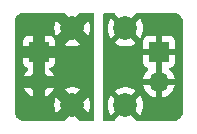
<source format=gbr>
%TF.GenerationSoftware,KiCad,Pcbnew,8.0.3*%
%TF.CreationDate,2024-06-14T11:13:58-04:00*%
%TF.ProjectId,breadboard_button,62726561-6462-46f6-9172-645f62757474,rev?*%
%TF.SameCoordinates,PX9cd8968PY2c35238*%
%TF.FileFunction,Copper,L2,Bot*%
%TF.FilePolarity,Positive*%
%FSLAX46Y46*%
G04 Gerber Fmt 4.6, Leading zero omitted, Abs format (unit mm)*
G04 Created by KiCad (PCBNEW 8.0.3) date 2024-06-14 11:13:58*
%MOMM*%
%LPD*%
G01*
G04 APERTURE LIST*
%TA.AperFunction,ComponentPad*%
%ADD10C,2.000000*%
%TD*%
%TA.AperFunction,ComponentPad*%
%ADD11O,1.700000X1.700000*%
%TD*%
%TA.AperFunction,ComponentPad*%
%ADD12R,1.700000X1.700000*%
%TD*%
G04 APERTURE END LIST*
D10*
%TO.P,SW1,1,1*%
%TO.N,Net-(J1-Pin_1)*%
X6005000Y-8965000D03*
X6005000Y-2465000D03*
%TO.P,SW1,2,2*%
%TO.N,Net-(J2-Pin_1)*%
X10505000Y-8965000D03*
X10505000Y-2465000D03*
%TD*%
D11*
%TO.P,J2,2,Pin_2*%
%TO.N,Net-(J2-Pin_1)*%
X13335000Y-6985000D03*
D12*
%TO.P,J2,1,Pin_1*%
X13335000Y-4445000D03*
%TD*%
%TO.P,J1,1,Pin_1*%
%TO.N,Net-(J1-Pin_1)*%
X3175000Y-4445000D03*
D11*
%TO.P,J1,2,Pin_2*%
X3175000Y-6985000D03*
%TD*%
%TA.AperFunction,Conductor*%
%TO.N,Net-(J1-Pin_1)*%
G36*
X5398284Y-1155185D02*
G01*
X5418926Y-1171819D01*
X6005000Y-1757893D01*
X6591074Y-1171819D01*
X6652397Y-1138334D01*
X6678755Y-1135500D01*
X7750000Y-1135500D01*
X7817039Y-1155185D01*
X7862794Y-1207989D01*
X7874000Y-1259500D01*
X7874000Y-10170500D01*
X7854315Y-10237539D01*
X7801511Y-10283294D01*
X7750000Y-10294500D01*
X6678755Y-10294500D01*
X6611716Y-10274815D01*
X6591074Y-10258181D01*
X6005000Y-9672107D01*
X5418926Y-10258181D01*
X5357603Y-10291666D01*
X5331245Y-10294500D01*
X1911093Y-10294500D01*
X1898939Y-10293903D01*
X1767033Y-10280911D01*
X1743192Y-10276169D01*
X1622209Y-10239469D01*
X1599751Y-10230166D01*
X1488261Y-10170573D01*
X1468050Y-10157069D01*
X1370322Y-10076867D01*
X1353132Y-10059677D01*
X1272930Y-9961949D01*
X1259426Y-9941738D01*
X1199833Y-9830248D01*
X1190530Y-9807790D01*
X1153828Y-9686801D01*
X1149089Y-9662973D01*
X1136097Y-9531061D01*
X1135500Y-9518907D01*
X1135500Y-8964994D01*
X4499859Y-8964994D01*
X4499859Y-8965005D01*
X4520385Y-9212729D01*
X4520387Y-9212738D01*
X4581412Y-9453717D01*
X4650856Y-9612036D01*
X5297893Y-8965000D01*
X5297893Y-8964999D01*
X5225485Y-8892591D01*
X5455000Y-8892591D01*
X5455000Y-9037409D01*
X5492482Y-9177292D01*
X5564890Y-9302708D01*
X5667292Y-9405110D01*
X5792708Y-9477518D01*
X5932591Y-9515000D01*
X6077409Y-9515000D01*
X6217292Y-9477518D01*
X6342708Y-9405110D01*
X6445110Y-9302708D01*
X6517518Y-9177292D01*
X6555000Y-9037409D01*
X6555000Y-8964999D01*
X6712107Y-8964999D01*
X6712107Y-8965001D01*
X7359142Y-9612036D01*
X7359143Y-9612035D01*
X7428587Y-9453719D01*
X7489612Y-9212738D01*
X7489614Y-9212729D01*
X7510141Y-8965005D01*
X7510141Y-8964994D01*
X7489614Y-8717270D01*
X7489612Y-8717261D01*
X7428587Y-8476280D01*
X7359143Y-8317963D01*
X7359142Y-8317962D01*
X6712107Y-8964999D01*
X6555000Y-8964999D01*
X6555000Y-8892591D01*
X6517518Y-8752708D01*
X6445110Y-8627292D01*
X6342708Y-8524890D01*
X6217292Y-8452482D01*
X6077409Y-8415000D01*
X5932591Y-8415000D01*
X5792708Y-8452482D01*
X5667292Y-8524890D01*
X5564890Y-8627292D01*
X5492482Y-8752708D01*
X5455000Y-8892591D01*
X5225485Y-8892591D01*
X4650856Y-8317963D01*
X4581412Y-8476282D01*
X4520387Y-8717261D01*
X4520385Y-8717270D01*
X4499859Y-8964994D01*
X1135500Y-8964994D01*
X1135500Y-7485000D01*
X1918593Y-7485000D01*
X2001398Y-7662576D01*
X2136894Y-7856082D01*
X2303917Y-8023105D01*
X2497422Y-8158600D01*
X2497424Y-8158601D01*
X2674999Y-8241405D01*
X2675000Y-8241405D01*
X3675000Y-8241405D01*
X3852575Y-8158601D01*
X3852577Y-8158600D01*
X4046082Y-8023105D01*
X4213105Y-7856082D01*
X4348601Y-7662576D01*
X4373101Y-7610036D01*
X5357143Y-7610036D01*
X6005000Y-8257893D01*
X6005001Y-8257893D01*
X6652856Y-7610036D01*
X6652856Y-7610035D01*
X6609619Y-7586637D01*
X6609599Y-7586629D01*
X6374493Y-7505916D01*
X6129293Y-7465000D01*
X5880707Y-7465000D01*
X5635506Y-7505916D01*
X5400392Y-7586631D01*
X5357143Y-7610036D01*
X4373101Y-7610036D01*
X4431406Y-7485000D01*
X3675000Y-7485000D01*
X3675000Y-8241405D01*
X2675000Y-8241405D01*
X2675000Y-7485000D01*
X1918593Y-7485000D01*
X1135500Y-7485000D01*
X1135500Y-6919174D01*
X2675000Y-6919174D01*
X2675000Y-7050826D01*
X2709075Y-7177993D01*
X2774901Y-7292007D01*
X2867993Y-7385099D01*
X2982007Y-7450925D01*
X3109174Y-7485000D01*
X3240826Y-7485000D01*
X3367993Y-7450925D01*
X3482007Y-7385099D01*
X3575099Y-7292007D01*
X3640925Y-7177993D01*
X3675000Y-7050826D01*
X3675000Y-6919174D01*
X3640925Y-6792007D01*
X3575099Y-6677993D01*
X3482007Y-6584901D01*
X3367993Y-6519075D01*
X3240826Y-6485000D01*
X3675000Y-6485000D01*
X4431406Y-6485000D01*
X4431405Y-6484999D01*
X4348599Y-6307421D01*
X4348597Y-6307417D01*
X4213113Y-6113926D01*
X4213108Y-6113920D01*
X4090665Y-5991477D01*
X4057180Y-5930154D01*
X4062164Y-5860462D01*
X4104036Y-5804529D01*
X4135013Y-5787614D01*
X4267086Y-5738354D01*
X4267093Y-5738350D01*
X4382187Y-5652190D01*
X4382190Y-5652187D01*
X4468350Y-5537093D01*
X4468354Y-5537086D01*
X4518596Y-5402379D01*
X4518598Y-5402372D01*
X4524999Y-5342844D01*
X4525000Y-5342827D01*
X4525000Y-4945000D01*
X3675000Y-4945000D01*
X3675000Y-6485000D01*
X3240826Y-6485000D01*
X3109174Y-6485000D01*
X2982007Y-6519075D01*
X2867993Y-6584901D01*
X2774901Y-6677993D01*
X2709075Y-6792007D01*
X2675000Y-6919174D01*
X1135500Y-6919174D01*
X1135500Y-5342844D01*
X1825000Y-5342844D01*
X1831401Y-5402372D01*
X1831403Y-5402379D01*
X1881645Y-5537086D01*
X1881649Y-5537093D01*
X1967809Y-5652187D01*
X1967812Y-5652190D01*
X2082906Y-5738350D01*
X2082913Y-5738354D01*
X2214986Y-5787614D01*
X2270920Y-5829485D01*
X2295337Y-5894949D01*
X2280486Y-5963222D01*
X2259335Y-5991477D01*
X2136886Y-6113926D01*
X2001402Y-6307417D01*
X2001400Y-6307421D01*
X1918594Y-6484999D01*
X1918594Y-6485000D01*
X2675000Y-6485000D01*
X2675000Y-4945000D01*
X1825000Y-4945000D01*
X1825000Y-5342844D01*
X1135500Y-5342844D01*
X1135500Y-4379174D01*
X2675000Y-4379174D01*
X2675000Y-4510826D01*
X2709075Y-4637993D01*
X2774901Y-4752007D01*
X2867993Y-4845099D01*
X2982007Y-4910925D01*
X3109174Y-4945000D01*
X3240826Y-4945000D01*
X3367993Y-4910925D01*
X3482007Y-4845099D01*
X3575099Y-4752007D01*
X3640925Y-4637993D01*
X3675000Y-4510826D01*
X3675000Y-4379174D01*
X3640925Y-4252007D01*
X3575099Y-4137993D01*
X3482007Y-4044901D01*
X3367993Y-3979075D01*
X3240826Y-3945000D01*
X3675000Y-3945000D01*
X4525000Y-3945000D01*
X4525000Y-3819963D01*
X5357143Y-3819963D01*
X5400385Y-3843364D01*
X5400396Y-3843369D01*
X5635506Y-3924083D01*
X5880707Y-3965000D01*
X6129293Y-3965000D01*
X6374493Y-3924083D01*
X6609601Y-3843370D01*
X6609603Y-3843369D01*
X6652855Y-3819963D01*
X6652855Y-3819962D01*
X6005001Y-3172107D01*
X6005000Y-3172107D01*
X5357143Y-3819963D01*
X4525000Y-3819963D01*
X4525000Y-3547172D01*
X4524999Y-3547155D01*
X4518598Y-3487627D01*
X4518596Y-3487620D01*
X4468354Y-3352913D01*
X4468350Y-3352906D01*
X4382190Y-3237812D01*
X4382187Y-3237809D01*
X4267093Y-3151649D01*
X4267086Y-3151645D01*
X4132379Y-3101403D01*
X4132372Y-3101401D01*
X4072844Y-3095000D01*
X3675000Y-3095000D01*
X3675000Y-3945000D01*
X3240826Y-3945000D01*
X3109174Y-3945000D01*
X2982007Y-3979075D01*
X2867993Y-4044901D01*
X2774901Y-4137993D01*
X2709075Y-4252007D01*
X2675000Y-4379174D01*
X1135500Y-4379174D01*
X1135500Y-3547155D01*
X1825000Y-3547155D01*
X1825000Y-3945000D01*
X2675000Y-3945000D01*
X2675000Y-3095000D01*
X2277155Y-3095000D01*
X2217627Y-3101401D01*
X2217620Y-3101403D01*
X2082913Y-3151645D01*
X2082906Y-3151649D01*
X1967812Y-3237809D01*
X1967809Y-3237812D01*
X1881649Y-3352906D01*
X1881645Y-3352913D01*
X1831403Y-3487620D01*
X1831401Y-3487627D01*
X1825000Y-3547155D01*
X1135500Y-3547155D01*
X1135500Y-2464994D01*
X4499859Y-2464994D01*
X4499859Y-2465005D01*
X4520385Y-2712729D01*
X4520387Y-2712738D01*
X4581412Y-2953717D01*
X4650856Y-3112036D01*
X5297893Y-2465000D01*
X5297893Y-2464999D01*
X5225485Y-2392591D01*
X5455000Y-2392591D01*
X5455000Y-2537409D01*
X5492482Y-2677292D01*
X5564890Y-2802708D01*
X5667292Y-2905110D01*
X5792708Y-2977518D01*
X5932591Y-3015000D01*
X6077409Y-3015000D01*
X6217292Y-2977518D01*
X6342708Y-2905110D01*
X6445110Y-2802708D01*
X6517518Y-2677292D01*
X6555000Y-2537409D01*
X6555000Y-2464999D01*
X6712107Y-2464999D01*
X6712107Y-2465001D01*
X7359142Y-3112036D01*
X7359143Y-3112035D01*
X7428587Y-2953719D01*
X7489612Y-2712738D01*
X7489614Y-2712729D01*
X7510141Y-2465005D01*
X7510141Y-2464994D01*
X7489614Y-2217270D01*
X7489612Y-2217261D01*
X7428587Y-1976280D01*
X7359143Y-1817963D01*
X7359142Y-1817962D01*
X6712107Y-2464999D01*
X6555000Y-2464999D01*
X6555000Y-2392591D01*
X6517518Y-2252708D01*
X6445110Y-2127292D01*
X6342708Y-2024890D01*
X6217292Y-1952482D01*
X6077409Y-1915000D01*
X5932591Y-1915000D01*
X5792708Y-1952482D01*
X5667292Y-2024890D01*
X5564890Y-2127292D01*
X5492482Y-2252708D01*
X5455000Y-2392591D01*
X5225485Y-2392591D01*
X4650856Y-1817963D01*
X4581412Y-1976282D01*
X4520387Y-2217261D01*
X4520385Y-2217270D01*
X4499859Y-2464994D01*
X1135500Y-2464994D01*
X1135500Y-1911092D01*
X1136097Y-1898938D01*
X1141990Y-1839108D01*
X1149089Y-1767024D01*
X1153828Y-1743200D01*
X1190532Y-1622202D01*
X1199830Y-1599757D01*
X1259427Y-1488259D01*
X1272930Y-1468050D01*
X1353137Y-1370316D01*
X1370316Y-1353137D01*
X1468052Y-1272928D01*
X1488261Y-1259426D01*
X1599757Y-1199830D01*
X1622202Y-1190532D01*
X1743200Y-1153828D01*
X1767024Y-1149089D01*
X1898939Y-1136097D01*
X1911093Y-1135500D01*
X5331245Y-1135500D01*
X5398284Y-1155185D01*
G37*
%TD.AperFunction*%
%TD*%
%TA.AperFunction,Conductor*%
%TO.N,Net-(J2-Pin_1)*%
G36*
X13585000Y-6551988D02*
G01*
X13527993Y-6519075D01*
X13400826Y-6485000D01*
X13269174Y-6485000D01*
X13142007Y-6519075D01*
X13085000Y-6551988D01*
X13085000Y-4878012D01*
X13142007Y-4910925D01*
X13269174Y-4945000D01*
X13400826Y-4945000D01*
X13527993Y-4910925D01*
X13585000Y-4878012D01*
X13585000Y-6551988D01*
G37*
%TD.AperFunction*%
%TA.AperFunction,Conductor*%
G36*
X9576618Y-1155185D02*
G01*
X9622373Y-1207989D01*
X9627109Y-1233557D01*
X10334765Y-1941212D01*
X10292708Y-1952482D01*
X10167292Y-2024890D01*
X10064890Y-2127292D01*
X9992482Y-2252708D01*
X9981212Y-2294764D01*
X9281564Y-1595116D01*
X9181267Y-1748632D01*
X9081412Y-1976282D01*
X9020387Y-2217261D01*
X9020385Y-2217270D01*
X8999859Y-2464994D01*
X8999859Y-2465005D01*
X9020385Y-2712729D01*
X9020387Y-2712738D01*
X9081412Y-2953717D01*
X9181266Y-3181364D01*
X9281564Y-3334882D01*
X9981212Y-2635234D01*
X9992482Y-2677292D01*
X10064890Y-2802708D01*
X10167292Y-2905110D01*
X10292708Y-2977518D01*
X10334765Y-2988787D01*
X9634942Y-3688609D01*
X9681768Y-3725055D01*
X9681770Y-3725056D01*
X9900385Y-3843364D01*
X9900396Y-3843369D01*
X10135506Y-3924083D01*
X10380707Y-3965000D01*
X10629293Y-3965000D01*
X10874493Y-3924083D01*
X11109603Y-3843369D01*
X11109614Y-3843364D01*
X11328228Y-3725057D01*
X11328231Y-3725055D01*
X11375056Y-3688609D01*
X11233602Y-3547155D01*
X11985000Y-3547155D01*
X11985000Y-4195000D01*
X12901988Y-4195000D01*
X12869075Y-4252007D01*
X12835000Y-4379174D01*
X12835000Y-4510826D01*
X12869075Y-4637993D01*
X12901988Y-4695000D01*
X11985000Y-4695000D01*
X11985000Y-5342844D01*
X11991401Y-5402372D01*
X11991403Y-5402379D01*
X12041645Y-5537086D01*
X12041649Y-5537093D01*
X12127809Y-5652187D01*
X12127812Y-5652190D01*
X12242906Y-5738350D01*
X12242913Y-5738354D01*
X12374986Y-5787614D01*
X12430920Y-5829485D01*
X12455337Y-5894949D01*
X12440486Y-5963222D01*
X12419335Y-5991477D01*
X12296886Y-6113926D01*
X12161400Y-6307420D01*
X12161399Y-6307422D01*
X12061570Y-6521507D01*
X12061567Y-6521513D01*
X12004364Y-6734999D01*
X12004364Y-6735000D01*
X12901988Y-6735000D01*
X12869075Y-6792007D01*
X12835000Y-6919174D01*
X12835000Y-7050826D01*
X12869075Y-7177993D01*
X12901988Y-7235000D01*
X12004364Y-7235000D01*
X12061567Y-7448486D01*
X12061570Y-7448492D01*
X12161399Y-7662578D01*
X12296894Y-7856082D01*
X12463917Y-8023105D01*
X12657421Y-8158600D01*
X12871507Y-8258429D01*
X12871516Y-8258433D01*
X13085000Y-8315634D01*
X13085000Y-7418012D01*
X13142007Y-7450925D01*
X13269174Y-7485000D01*
X13400826Y-7485000D01*
X13527993Y-7450925D01*
X13585000Y-7418012D01*
X13585000Y-8315633D01*
X13798483Y-8258433D01*
X13798492Y-8258429D01*
X14012578Y-8158600D01*
X14206082Y-8023105D01*
X14373105Y-7856082D01*
X14508600Y-7662578D01*
X14608429Y-7448492D01*
X14608432Y-7448486D01*
X14665636Y-7235000D01*
X13768012Y-7235000D01*
X13800925Y-7177993D01*
X13835000Y-7050826D01*
X13835000Y-6919174D01*
X13800925Y-6792007D01*
X13768012Y-6735000D01*
X14665636Y-6735000D01*
X14665635Y-6734999D01*
X14608432Y-6521513D01*
X14608429Y-6521507D01*
X14508600Y-6307422D01*
X14508599Y-6307420D01*
X14373113Y-6113926D01*
X14373108Y-6113920D01*
X14250665Y-5991477D01*
X14217180Y-5930154D01*
X14222164Y-5860462D01*
X14264036Y-5804529D01*
X14295013Y-5787614D01*
X14427086Y-5738354D01*
X14427093Y-5738350D01*
X14542187Y-5652190D01*
X14542190Y-5652187D01*
X14628350Y-5537093D01*
X14628354Y-5537086D01*
X14678596Y-5402379D01*
X14678598Y-5402372D01*
X14684999Y-5342844D01*
X14685000Y-5342827D01*
X14685000Y-4695000D01*
X13768012Y-4695000D01*
X13800925Y-4637993D01*
X13835000Y-4510826D01*
X13835000Y-4379174D01*
X13800925Y-4252007D01*
X13768012Y-4195000D01*
X14685000Y-4195000D01*
X14685000Y-3547172D01*
X14684999Y-3547155D01*
X14678598Y-3487627D01*
X14678596Y-3487620D01*
X14628354Y-3352913D01*
X14628350Y-3352906D01*
X14542190Y-3237812D01*
X14542187Y-3237809D01*
X14427093Y-3151649D01*
X14427086Y-3151645D01*
X14292379Y-3101403D01*
X14292372Y-3101401D01*
X14232844Y-3095000D01*
X13585000Y-3095000D01*
X13585000Y-4011988D01*
X13527993Y-3979075D01*
X13400826Y-3945000D01*
X13269174Y-3945000D01*
X13142007Y-3979075D01*
X13085000Y-4011988D01*
X13085000Y-3095000D01*
X12437155Y-3095000D01*
X12377627Y-3101401D01*
X12377620Y-3101403D01*
X12242913Y-3151645D01*
X12242906Y-3151649D01*
X12127812Y-3237809D01*
X12127809Y-3237812D01*
X12041649Y-3352906D01*
X12041645Y-3352913D01*
X11991403Y-3487620D01*
X11991401Y-3487627D01*
X11985000Y-3547155D01*
X11233602Y-3547155D01*
X10675234Y-2988787D01*
X10717292Y-2977518D01*
X10842708Y-2905110D01*
X10945110Y-2802708D01*
X11017518Y-2677292D01*
X11028787Y-2635234D01*
X11728434Y-3334882D01*
X11828731Y-3181369D01*
X11928587Y-2953717D01*
X11989612Y-2712738D01*
X11989614Y-2712729D01*
X12010141Y-2465005D01*
X12010141Y-2464994D01*
X11989614Y-2217270D01*
X11989612Y-2217261D01*
X11928587Y-1976282D01*
X11828731Y-1748630D01*
X11728434Y-1595116D01*
X11028787Y-2294764D01*
X11017518Y-2252708D01*
X10945110Y-2127292D01*
X10842708Y-2024890D01*
X10717292Y-1952482D01*
X10675234Y-1941212D01*
X11384722Y-1231724D01*
X11392152Y-1199053D01*
X11442019Y-1150114D01*
X11500421Y-1135500D01*
X14539108Y-1135500D01*
X14598907Y-1135500D01*
X14611061Y-1136097D01*
X14742973Y-1149089D01*
X14766801Y-1153828D01*
X14887793Y-1190531D01*
X14910245Y-1199832D01*
X14965993Y-1229629D01*
X15021738Y-1259426D01*
X15041949Y-1272930D01*
X15139677Y-1353132D01*
X15156867Y-1370322D01*
X15237069Y-1468050D01*
X15250573Y-1488261D01*
X15310166Y-1599751D01*
X15319469Y-1622209D01*
X15356169Y-1743192D01*
X15360911Y-1767032D01*
X15373903Y-1898937D01*
X15374500Y-1911092D01*
X15374500Y-9518907D01*
X15373903Y-9531062D01*
X15360911Y-9662967D01*
X15356169Y-9686807D01*
X15319469Y-9807790D01*
X15310166Y-9830248D01*
X15250573Y-9941738D01*
X15237069Y-9961949D01*
X15156867Y-10059677D01*
X15139677Y-10076867D01*
X15041949Y-10157069D01*
X15021738Y-10170573D01*
X14910248Y-10230166D01*
X14887790Y-10239469D01*
X14766807Y-10276169D01*
X14742967Y-10280911D01*
X14645698Y-10290491D01*
X14611060Y-10293903D01*
X14598907Y-10294500D01*
X11500420Y-10294500D01*
X11433381Y-10274815D01*
X11387626Y-10222011D01*
X11382888Y-10196441D01*
X10675234Y-9488787D01*
X10717292Y-9477518D01*
X10842708Y-9405110D01*
X10945110Y-9302708D01*
X11017518Y-9177292D01*
X11028787Y-9135234D01*
X11728434Y-9834882D01*
X11828731Y-9681369D01*
X11928587Y-9453717D01*
X11989612Y-9212738D01*
X11989614Y-9212729D01*
X12010141Y-8965005D01*
X12010141Y-8964994D01*
X11989614Y-8717270D01*
X11989612Y-8717261D01*
X11928587Y-8476282D01*
X11828731Y-8248630D01*
X11728434Y-8095116D01*
X11028787Y-8794764D01*
X11017518Y-8752708D01*
X10945110Y-8627292D01*
X10842708Y-8524890D01*
X10717292Y-8452482D01*
X10675235Y-8441212D01*
X11375057Y-7741390D01*
X11375056Y-7741389D01*
X11328229Y-7704943D01*
X11109614Y-7586635D01*
X11109603Y-7586630D01*
X10874493Y-7505916D01*
X10629293Y-7465000D01*
X10380707Y-7465000D01*
X10135506Y-7505916D01*
X9900396Y-7586630D01*
X9900390Y-7586632D01*
X9681761Y-7704949D01*
X9634942Y-7741388D01*
X9634942Y-7741390D01*
X10334765Y-8441212D01*
X10292708Y-8452482D01*
X10167292Y-8524890D01*
X10064890Y-8627292D01*
X9992482Y-8752708D01*
X9981212Y-8794764D01*
X9281564Y-8095116D01*
X9181267Y-8248632D01*
X9081412Y-8476282D01*
X9020387Y-8717261D01*
X9020385Y-8717270D01*
X8999859Y-8964994D01*
X8999859Y-8965005D01*
X9020385Y-9212729D01*
X9020387Y-9212738D01*
X9081412Y-9453717D01*
X9181266Y-9681364D01*
X9281564Y-9834882D01*
X9981212Y-9135234D01*
X9992482Y-9177292D01*
X10064890Y-9302708D01*
X10167292Y-9405110D01*
X10292708Y-9477518D01*
X10334765Y-9488787D01*
X9625277Y-10198274D01*
X9617848Y-10230947D01*
X9567980Y-10279886D01*
X9509579Y-10294500D01*
X8760000Y-10294500D01*
X8692961Y-10274815D01*
X8647206Y-10222011D01*
X8636000Y-10170500D01*
X8636000Y-1259500D01*
X8655685Y-1192461D01*
X8708489Y-1146706D01*
X8760000Y-1135500D01*
X9509579Y-1135500D01*
X9576618Y-1155185D01*
G37*
%TD.AperFunction*%
%TD*%
M02*

</source>
